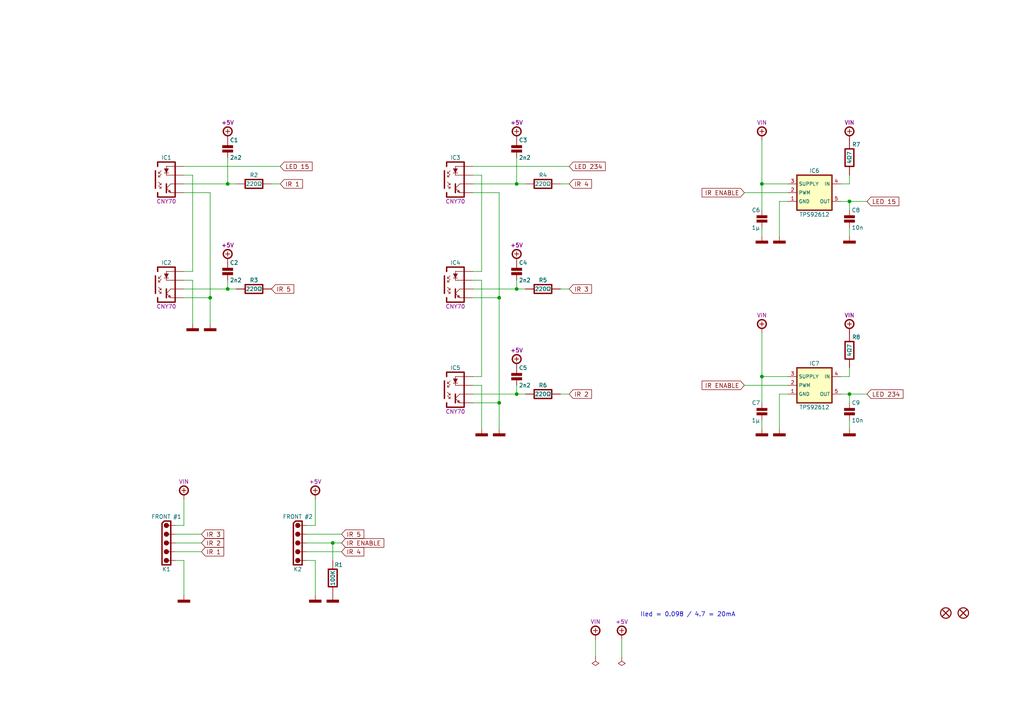
<source format=kicad_sch>
(kicad_sch (version 20211123) (generator eeschema)
  (paper "A4")
  (title_block (title "TBOT - IR Line Follower") (date "01/2022") (rev "A"))
  (lib_symbols
    (symbol "tronixio:C-1206" (pin_numbers hide) (pin_names (offset 0) hide)
      (property "Reference" "C" (at 0.635 2.54 0))
      (property "Value" "C-1206" (at 0.635 -2.54 0))
      (symbol "C-1206_0_1"
        (rectangle (start -1.524 -0.254) (end 1.524 -1.016) (stroke (width 0.001)) (fill (type outline)))
        (rectangle (start -1.524 1.016) (end 1.524 0.254) (stroke (width 0.001)) (fill (type outline)))
      )
      (symbol "C-1206_1_1"
        (pin passive line (at 0 2.54 270) (length 1.905) (name "~") (number "1"))
        (pin passive line (at 0 -2.54 90) (length 1.905) (name "~") (number "2"))
      )
    )
    (symbol "tronixio:MOLEX-MICRO-LATCH-05-VERTICAL" (pin_numbers hide) (pin_names (offset 0) hide)
      (property "Reference" "K" (at 0 2.54 0))
      (property "Value" "MOLEX-MICRO-LATCH-05-VERTICAL" (at 0 -12.7 0))
      (symbol "MOLEX-MICRO-LATCH-05-VERTICAL_0_1"
        (circle (center 0 -10.16) (radius 0.635) (stroke (width 0.2)) (fill (type outline)))
        (circle (center 0 -7.62) (radius 0.635) (stroke (width 0.2)) (fill (type outline)))
        (circle (center 0 -5.08) (radius 0.635) (stroke (width 0.2)) (fill (type outline)))
        (circle (center 0 -2.54) (radius 0.635) (stroke (width 0.2)) (fill (type outline)))
        (polyline (pts (xy -1.27 -11.43) (xy 1.27 -11.43) (xy 1.27 0.635) (xy 0.635 1.27) (xy -1.27 1.27) (xy -1.27 -11.43)) (stroke (width 0.4)))
        (circle (center 0 0) (radius 0.635) (stroke (width 0.2)) (fill (type outline)))
      )
      (symbol "MOLEX-MICRO-LATCH-05-VERTICAL_1_1"
        (pin passive line (at -2.54 0 0) (length 1.905) (name "1") (number "1"))
        (pin passive line (at -2.54 -2.54 0) (length 1.905) (name "2") (number "2"))
        (pin passive line (at -2.54 -5.08 0) (length 1.905) (name "3") (number "3"))
        (pin passive line (at -2.54 -7.62 0) (length 1.905) (name "4") (number "4"))
        (pin passive line (at -2.54 -10.16 0) (length 1.905) (name "5") (number "5"))
      )
    )
    (symbol "tronixio:MOUNTING-HOLE-MASK-3MM" (pin_numbers hide) (pin_names (offset 0) hide)
      (symbol "MOUNTING-HOLE-MASK-3MM_0_1"
        (polyline (pts (xy -1.016 -1.016) (xy 1.016 1.016)) (stroke (width 0.3)))
        (polyline (pts (xy 1.016 -1.016) (xy -1.016 1.016)) (stroke (width 0.3)))
        (circle (center 0 0) (radius 1.524) (stroke (width 0.3)))
      )
    )
    (symbol "tronixio:POWER-+5V" (power) (pin_numbers hide) (pin_names (offset 0) hide)
      (property "Name" "+5V" (at 0 5.08 0))
      (symbol "POWER-+5V_0_1"
        (polyline (pts (xy -0.635 2.54) (xy 0.635 2.54)) (stroke (width 0.2)))
        (polyline (pts (xy 0 1.905) (xy 0 3.175)) (stroke (width 0.2)))
        (circle (center 0 2.54) (radius 1.27) (stroke (width 0.4)))
      )
      (symbol "POWER-+5V_1_1"
        (pin power_in line (at 0 0 90) (length 1.27) (name "+5V") (number "1"))
      )
    )
    (symbol "tronixio:POWER-GND" (power) (pin_numbers hide) (pin_names (offset 0) hide)
      (symbol "POWER-GND_0_1"
        (rectangle (start -1.778 -2.032) (end 1.778 -1.27) (stroke (width 0.001)) (fill (type outline)))
      )
      (symbol "POWER-GND_1_1"
        (pin power_in line (at 0 0 270) (length 1.27) (name "GND") (number "1"))
      )
    )
    (symbol "tronixio:POWER-VIN" (power) (pin_numbers hide) (pin_names (offset 0) hide)
      (property "Name" "VIN" (at 0 5.08 0))
      (symbol "POWER-VIN_0_1"
        (polyline (pts (xy -0.635 2.54) (xy 0.635 2.54)) (stroke (width 0.2)))
        (polyline (pts (xy 0 1.905) (xy 0 3.175)) (stroke (width 0.2)))
        (circle (center 0 2.54) (radius 1.27) (stroke (width 0.4)))
      )
      (symbol "POWER-VIN_1_1"
        (pin power_in line (at 0 0 90) (length 1.27) (name "VIN") (number "1"))
      )
    )
    (symbol "tronixio:PWR_FLAG" (power) (pin_numbers hide) (pin_names (offset 0) hide)
      (symbol "PWR_FLAG_0_0"
        (pin power_out line (at 0 0 90) (length 0) (name "pwr") (number "1"))
      )
      (symbol "PWR_FLAG_0_1"
        (polyline (pts (xy 0 0) (xy 0 1.27) (xy -1.016 1.905) (xy 0 2.54) (xy 1.016 1.905) (xy 0 1.27)))
      )
    )
    (symbol "tronixio:R-1206" (pin_numbers hide) (pin_names (offset 0) hide)
      (property "Reference" "R" (at 2.54 0 90))
      (property "Value" "R-1206" (at 0 0 90))
      (symbol "R-1206_0_1"
        (rectangle (start -1.27 -2.54) (end 1.27 2.54) (stroke (width 0.4)))
      )
      (symbol "R-1206_1_1"
        (pin passive line (at 0 5.08 270) (length 2.54) (name "~") (number "1"))
        (pin passive line (at 0 -5.08 90) (length 2.54) (name "~") (number "2"))
      )
    )
    (symbol "tronixio:TPS92612" (pin_names (offset 0.5))
      (property "Reference" "IC" (at 0 6.35 0))
      (property "Value" "TPS92612" (at 0 -6.35 0))
      (symbol "TPS92612_0_1"
        (rectangle (start -5.08 5.08) (end 5.08 -5.08) (stroke (width 0.4)) (fill (type background)))
      )
      (symbol "TPS92612_1_1"
        (pin power_in line (at -7.62 -2.54 0) (length 2.54) (name "GND") (number "1"))
        (pin input line (at -7.62 0 0) (length 2.54) (name "PWM") (number "2"))
        (pin power_in line (at -7.62 2.54 0) (length 2.54) (name "SUPPLY") (number "3"))
        (pin passive line (at 7.62 2.54 180) (length 2.54) (name "IN") (number "4"))
        (pin output line (at 7.62 -2.54 180) (length 2.54) (name "OUT") (number "5"))
      )
    )
    (symbol "tronixio:VISHAY-CNY70" (pin_numbers hide) (pin_names (offset 0) hide)
      (property "Reference" "IC" (at 0 6.35 0))
      (property "Name" "CNY70" (at 0 -6.35 0))
      (symbol "VISHAY-CNY70_0_1"
        (polyline (pts (xy -3.175 2.54) (xy -3.175 -2.54)) (stroke (width 0.4)))
        (polyline (pts (xy -2.286 0.762) (xy -1.524 1.524)) (stroke (width 0.1524)))
        (polyline (pts (xy -2.286 1.778) (xy -1.524 2.54)) (stroke (width 0.1524)))
        (polyline (pts (xy -1.524 -2.54) (xy -2.286 -1.778)) (stroke (width 0.1524)))
        (polyline (pts (xy -1.524 -2.54) (xy -2.032 -2.54)) (stroke (width 0.1524)))
        (polyline (pts (xy -1.524 -2.54) (xy -1.524 -2.032)) (stroke (width 0.1524)))
        (polyline (pts (xy -1.524 -1.524) (xy -1.524 -1.016)) (stroke (width 0.1524)))
        (polyline (pts (xy -0.635 1.905) (xy 0.635 1.905)) (stroke (width 0.1524)))
        (polyline (pts (xy 0 -1.27) (xy 0 -3.81)) (stroke (width 0.4)))
        (polyline (pts (xy 0 1.27) (xy 0 3.81)) (stroke (width 0.1524)))
        (polyline (pts (xy -2.286 -0.762) (xy -1.524 -1.524) (xy -2.032 -1.524)) (stroke (width 0.1524)))
        (polyline (pts (xy -2.286 1.27) (xy -2.286 0.762) (xy -1.778 0.762)) (stroke (width 0.1524)))
        (polyline (pts (xy -2.286 2.286) (xy -2.286 1.778) (xy -1.778 1.778)) (stroke (width 0.1524)))
        (polyline (pts (xy 1.27 -1.27) (xy 0 -2.54) (xy 1.27 -3.81)) (stroke (width 0.1524)))
        (polyline (pts (xy -0.635 3.175) (xy 0.635 3.175) (xy 0 1.905) (xy -0.635 3.175)) (stroke (width 0.001)) (fill (type outline)))
        (polyline (pts (xy 1.27 -3.81) (xy 1.016 -3.048) (xy 0.508 -3.556) (xy 1.27 -3.81)) (stroke (width 0.001)) (fill (type outline)))
        (polyline (pts (xy -2.54 -3.81) (xy -2.54 -5.08) (xy 2.54 -5.08) (xy 2.54 5.08) (xy -2.54 5.08) (xy -2.54 3.81)) (stroke (width 0.4)))
      )
      (symbol "VISHAY-CNY70_1_1"
        (pin passive line (at 5.08 1.27 180) (length 5.08) (name "K") (number "1"))
        (pin open_collector line (at 5.08 -1.27 180) (length 3.81) (name "C") (number "2"))
        (pin open_emitter line (at 5.08 -3.81 180) (length 3.81) (name "E") (number "3"))
        (pin passive line (at 5.08 3.81 180) (length 5.08) (name "A") (number "4"))
      )
    )
  )
  (junction (at 144.78 86.36) (diameter 0.9144))
  (junction (at 246.38 58.42) (diameter 0.9144))
  (junction (at 220.98 109.22) (diameter 0.9144))
  (junction (at 149.86 114.3) (diameter 0.9144))
  (junction (at 66.04 83.82) (diameter 0.9144))
  (junction (at 220.98 53.34) (diameter 0.9144))
  (junction (at 60.96 86.36) (diameter 0.9144))
  (junction (at 144.78 116.84) (diameter 0.9144))
  (junction (at 149.86 83.82) (diameter 0.9144))
  (junction (at 246.38 114.3) (diameter 0.9144))
  (junction (at 96.52 157.48))
  (junction (at 149.86 53.34) (diameter 0.9144))
  (junction (at 66.04 53.34) (diameter 0.9144))
  (wire (pts (xy 53.34 83.82) (xy 66.04 83.82)))
  (wire (pts (xy 149.86 81.28) (xy 149.86 83.82)))
  (wire (pts (xy 246.38 106.68) (xy 246.38 109.22)))
  (wire (pts (xy 246.38 109.22) (xy 243.84 109.22)))
  (wire (pts (xy 53.34 152.4) (xy 53.34 144.78)))
  (wire (pts (xy 81.28 53.34) (xy 78.74 53.34)))
  (wire (pts (xy 137.16 81.28) (xy 139.7 81.28)))
  (wire (pts (xy 137.16 111.76) (xy 139.7 111.76)))
  (wire (pts (xy 139.7 81.28) (xy 139.7 109.22)))
  (wire (pts (xy 50.8 152.4) (xy 53.34 152.4)))
  (wire (pts (xy 55.88 81.28) (xy 55.88 93.98)))
  (wire (pts (xy 53.34 48.26) (xy 81.28 48.26)))
  (wire (pts (xy 139.7 111.76) (xy 139.7 124.46)))
  (wire (pts (xy 180.34 185.42) (xy 180.34 190.5)))
  (wire (pts (xy 220.98 121.92) (xy 220.98 124.46)))
  (wire (pts (xy 149.86 114.3) (xy 152.4 114.3)))
  (wire (pts (xy 149.86 53.34) (xy 152.4 53.34)))
  (wire (pts (xy 66.04 53.34) (xy 68.58 53.34)))
  (wire (pts (xy 246.38 114.3) (xy 246.38 116.84)))
  (wire (pts (xy 243.84 53.34) (xy 246.38 53.34)))
  (wire (pts (xy 246.38 53.34) (xy 246.38 50.8)))
  (wire (pts (xy 149.86 83.82) (xy 152.4 83.82)))
  (wire (pts (xy 91.44 162.56) (xy 91.44 172.72)))
  (wire (pts (xy 88.9 157.48) (xy 96.52 157.48)))
  (wire (pts (xy 220.98 53.34) (xy 228.6 53.34)))
  (wire (pts (xy 66.04 45.72) (xy 66.04 53.34)))
  (wire (pts (xy 50.8 162.56) (xy 53.34 162.56)))
  (wire (pts (xy 243.84 58.42) (xy 246.38 58.42)))
  (wire (pts (xy 246.38 58.42) (xy 251.46 58.42)))
  (wire (pts (xy 243.84 114.3) (xy 246.38 114.3)))
  (wire (pts (xy 246.38 114.3) (xy 251.46 114.3)))
  (wire (pts (xy 53.34 55.88) (xy 60.96 55.88)))
  (wire (pts (xy 60.96 55.88) (xy 60.96 86.36)))
  (wire (pts (xy 60.96 86.36) (xy 60.96 93.98)))
  (wire (pts (xy 215.9 111.76) (xy 228.6 111.76)))
  (wire (pts (xy 172.72 185.42) (xy 172.72 190.5)))
  (wire (pts (xy 137.16 116.84) (xy 144.78 116.84)))
  (wire (pts (xy 137.16 53.34) (xy 149.86 53.34)))
  (wire (pts (xy 220.98 66.04) (xy 220.98 68.58)))
  (wire (pts (xy 139.7 50.8) (xy 139.7 78.74)))
  (wire (pts (xy 53.34 86.36) (xy 60.96 86.36)))
  (wire (pts (xy 149.86 111.76) (xy 149.86 114.3)))
  (wire (pts (xy 165.1 114.3) (xy 162.56 114.3)))
  (wire (pts (xy 246.38 66.04) (xy 246.38 68.58)))
  (wire (pts (xy 226.06 58.42) (xy 226.06 68.58)))
  (wire (pts (xy 228.6 58.42) (xy 226.06 58.42)))
  (wire (pts (xy 96.52 157.48) (xy 99.06 157.48)))
  (wire (pts (xy 53.34 53.34) (xy 66.04 53.34)))
  (wire (pts (xy 50.8 160.02) (xy 58.42 160.02)))
  (wire (pts (xy 215.9 55.88) (xy 228.6 55.88)))
  (wire (pts (xy 53.34 81.28) (xy 55.88 81.28)))
  (wire (pts (xy 220.98 109.22) (xy 228.6 109.22)))
  (wire (pts (xy 139.7 109.22) (xy 137.16 109.22)))
  (wire (pts (xy 144.78 55.88) (xy 144.78 86.36)))
  (wire (pts (xy 91.44 152.4) (xy 91.44 144.78)))
  (wire (pts (xy 88.9 162.56) (xy 91.44 162.56)))
  (wire (pts (xy 165.1 83.82) (xy 162.56 83.82)))
  (wire (pts (xy 144.78 86.36) (xy 144.78 116.84)))
  (wire (pts (xy 53.34 50.8) (xy 55.88 50.8)))
  (wire (pts (xy 55.88 50.8) (xy 55.88 78.74)))
  (wire (pts (xy 55.88 78.74) (xy 53.34 78.74)))
  (wire (pts (xy 144.78 116.84) (xy 144.78 124.46)))
  (wire (pts (xy 139.7 78.74) (xy 137.16 78.74)))
  (wire (pts (xy 53.34 162.56) (xy 53.34 172.72)))
  (wire (pts (xy 66.04 81.28) (xy 66.04 83.82)))
  (wire (pts (xy 137.16 114.3) (xy 149.86 114.3)))
  (wire (pts (xy 88.9 152.4) (xy 91.44 152.4)))
  (wire (pts (xy 137.16 86.36) (xy 144.78 86.36)))
  (wire (pts (xy 88.9 160.02) (xy 99.06 160.02)))
  (wire (pts (xy 220.98 40.64) (xy 220.98 53.34)))
  (wire (pts (xy 220.98 53.34) (xy 220.98 60.96)))
  (wire (pts (xy 137.16 55.88) (xy 144.78 55.88)))
  (wire (pts (xy 137.16 48.26) (xy 165.1 48.26)))
  (wire (pts (xy 50.8 154.94) (xy 58.42 154.94)))
  (wire (pts (xy 66.04 83.82) (xy 68.58 83.82)))
  (wire (pts (xy 137.16 50.8) (xy 139.7 50.8)))
  (wire (pts (xy 165.1 53.34) (xy 162.56 53.34)))
  (wire (pts (xy 149.86 45.72) (xy 149.86 53.34)))
  (wire (pts (xy 220.98 96.52) (xy 220.98 109.22)))
  (wire (pts (xy 220.98 109.22) (xy 220.98 116.84)))
  (wire (pts (xy 88.9 154.94) (xy 99.06 154.94)))
  (wire (pts (xy 246.38 58.42) (xy 246.38 60.96)))
  (wire (pts (xy 50.8 157.48) (xy 58.42 157.48)))
  (wire (pts (xy 226.06 114.3) (xy 226.06 124.46)))
  (wire (pts (xy 228.6 114.3) (xy 226.06 114.3)))
  (wire (pts (xy 137.16 83.82) (xy 149.86 83.82)))
  (wire (pts (xy 246.38 121.92) (xy 246.38 124.46)))
  (wire (pts (xy 96.52 157.48) (xy 96.52 162.56)))
  (text "Iled = 0.098 / 4.7 = 20mA" (at 213.36 179.07 180) (effects (font (size 1.27 1.27)) (justify right bottom)))
  (global_label "LED 234" (shape input) (at 165.1 48.26 0) (property "Intersheet References" "${INTERSHEET_REFS}" (effects hide)))
  (global_label "IR 3" (shape input) (at 58.42 154.94 0) (property "Intersheet References" "${INTERSHEET_REFS}" (effects hide)))
  (global_label "IR 4" (shape input) (at 165.1 53.34 0) (property "Intersheet References" "${INTERSHEET_REFS}" (effects hide)))
  (global_label "IR ENABLE" (shape input) (at 215.9 55.88 180) (property "Intersheet References" "${INTERSHEET_REFS}" (effects hide)))
  (global_label "LED 234" (shape input) (at 251.46 114.3 0) (property "Intersheet References" "${INTERSHEET_REFS}" (effects hide)))
  (global_label "IR 4" (shape input) (at 99.06 160.02 0) (property "Intersheet References" "${INTERSHEET_REFS}" (effects hide)))
  (global_label "IR ENABLE" (shape input) (at 215.9 111.76 180) (property "Intersheet References" "${INTERSHEET_REFS}" (effects hide)))
  (global_label "IR 1" (shape input) (at 58.42 160.02 0) (property "Intersheet References" "${INTERSHEET_REFS}" (effects hide)))
  (global_label "LED 15" (shape input) (at 251.46 58.42 0) (property "Intersheet References" "${INTERSHEET_REFS}" (effects hide)))
  (global_label "IR 2" (shape input) (at 58.42 157.48 0) (property "Intersheet References" "${INTERSHEET_REFS}" (effects hide)))
  (global_label "IR 3" (shape input) (at 165.1 83.82 0) (property "Intersheet References" "${INTERSHEET_REFS}" (effects hide)))
  (global_label "IR 2" (shape input) (at 165.1 114.3 0) (property "Intersheet References" "${INTERSHEET_REFS}" (effects hide)))
  (global_label "IR ENABLE" (shape input) (at 99.06 157.48 0) (property "Intersheet References" "${INTERSHEET_REFS}" (effects hide)))
  (global_label "IR 5" (shape input) (at 78.74 83.82 0) (property "Intersheet References" "${INTERSHEET_REFS}" (effects hide)))
  (global_label "LED 15" (shape input) (at 81.28 48.26 0) (property "Intersheet References" "${INTERSHEET_REFS}" (effects hide)))
  (global_label "IR 5" (shape input) (at 99.06 154.94 0) (property "Intersheet References" "${INTERSHEET_REFS}" (effects hide)))
  (global_label "IR 1" (shape input) (at 81.28 53.34 0) (property "Intersheet References" "${INTERSHEET_REFS}" (effects hide)))
  (symbol (lib_id "tronixio:PWR_FLAG") (at 172.72 190.5 180) (unit 1)
    (property "Reference" "#FLG02" (effects hide))
    (property "Value" "PWR_FLAG" (effects hide))
  )
  (symbol (lib_id "tronixio:POWER-+5V") (at 149.86 76.2 0) (unit 1)
    (property "Reference" "#PWR013" (effects hide))
    (property "Value" "POWER-+5V" (effects hide))
    (property "Name" "+5V" (at 149.86 71.12 0) (effects (font (size 1.15 1.15))))
  )
  (symbol (lib_id "tronixio:POWER-+5V") (at 66.04 40.64 0) (unit 1)
    (property "Reference" "#PWR06" (effects hide))
    (property "Value" "POWER-+5V" (effects hide))
    (property "Name" "+5V" (at 66.04 35.56 0) (effects (font (size 1.15 1.15))))
  )
  (symbol (lib_id "tronixio:VISHAY-CNY70") (at 132.08 52.07 0) (unit 1)
    (property "Reference" "IC3" (at 132.08 45.72 0) (effects (font (size 1.15 1.15))))
    (property "Value" "VISHAY-CNY70" (effects hide))
    (property "Footprint" "tronixio:zzVISHAY-CNY70" (effects hide))
    (property "Datasheet" "https://www.vishay.com/product?docid=83751" (effects hide))
    (property "MOUSER" "782-CNY70" (effects hide))
    (property "Name" "CNY70" (at 132.08 58.42 0) (effects (font (size 1.15 1.15))))
  )
  (symbol (lib_id "tronixio:POWER-GND") (at 53.34 172.72 0) (unit 1)
    (property "Reference" "#PWR02" (effects hide))
    (property "Value" "POWER-GND" (effects hide))
  )
  (symbol (lib_id "tronixio:POWER-+5V") (at 149.86 40.64 0) (unit 1)
    (property "Reference" "#PWR012" (effects hide))
    (property "Value" "POWER-+5V" (effects hide))
    (property "Name" "+5V" (at 149.86 35.56 0) (effects (font (size 1.15 1.15))))
  )
  (symbol (lib_id "tronixio:R-1206") (at 157.48 83.82 90) (unit 1)
    (property "Reference" "R5" (at 157.48 81.28 90) (effects (font (size 1.15 1.15))))
    (property "Value" "220Ω" (at 157.48 83.82 90) (effects (font (size 1.15 1.15))))
    (property "Footprint" "tronixio:RESISTOR-1206" (effects hide))
  )
  (symbol (lib_id "tronixio:POWER-GND") (at 246.38 68.58 0) (unit 1)
    (property "Reference" "#PWR025" (effects hide))
    (property "Value" "POWER-GND" (effects hide))
  )
  (symbol (lib_id "tronixio:TPS92612") (at 236.22 111.76 0) (unit 1)
    (property "Reference" "IC7" (at 236.22 105.41 0) (effects (font (size 1.15 1.15))))
    (property "Value" "TPS92612" (at 236.22 118.11 0) (effects (font (size 1.15 1.15))))
    (property "Footprint" "tronixio:SOT-23-5" (effects hide))
    (property "Datasheet" "https://www.ti.com/product/TPS92612-Q1" (effects hide))
    (property "MOUSER" "595-TPS92612DBVR" (effects hide))
  )
  (symbol (lib_id "tronixio:POWER-+5V") (at 180.34 185.42 0) (unit 1)
    (property "Reference" "#PWR017" (effects hide))
    (property "Value" "POWER-+5V" (effects hide))
    (property "Name" "+5V" (at 180.34 180.34 0) (effects (font (size 1.15 1.15))))
  )
  (symbol (lib_id "tronixio:POWER-GND") (at 96.52 172.72 0) (unit 1)
    (property "Reference" "#PWR04" (effects hide))
    (property "Value" "POWER-GND" (effects hide))
  )
  (symbol (lib_id "tronixio:POWER-VIN") (at 246.38 40.64 0) (unit 1)
    (property "Reference" "#PWR024" (effects hide))
    (property "Value" "POWER-VIN" (effects hide))
    (property "Name" "VIN" (at 246.38 35.56 0) (effects (font (size 1.15 1.15))))
  )
  (symbol (lib_id "tronixio:VISHAY-CNY70") (at 48.26 52.07 0) (unit 1)
    (property "Reference" "IC1" (at 48.26 45.72 0) (effects (font (size 1.15 1.15))))
    (property "Value" "VISHAY-CNY70" (effects hide))
    (property "Footprint" "tronixio:zzVISHAY-CNY70" (effects hide))
    (property "Datasheet" "https://www.vishay.com/product?docid=83751" (effects hide))
    (property "MOUSER" "782-CNY70" (effects hide))
    (property "Name" "CNY70" (at 48.26 58.42 0) (effects (font (size 1.15 1.15))))
  )
  (symbol (lib_id "tronixio:POWER-GND") (at 246.38 124.46 0) (unit 1)
    (property "Reference" "#PWR027" (effects hide))
    (property "Value" "POWER-GND" (effects hide))
  )
  (symbol (lib_id "tronixio:POWER-GND") (at 220.98 68.58 0) (unit 1)
    (property "Reference" "#PWR019" (effects hide))
    (property "Value" "POWER-GND" (effects hide))
  )
  (symbol (lib_id "tronixio:MOLEX-MICRO-LATCH-05-VERTICAL") (at 48.26 152.4 0) (mirror y) (unit 1)
    (property "Reference" "K1" (at 48.26 165.1 0) (effects (font (size 1.15 1.15))))
    (property "Value" "FRONT #1" (at 48.26 149.86 0) (effects (font (size 1.15 1.15))))
    (property "Footprint" "tronixio:zzMOLEX-532530570" (effects hide))
    (property "Datasheet" "https://www.molex.com/pdm_docs/sd/532530570_sd.pdf" (effects hide))
    (property "MOUSER" "538-53253-0570" (effects hide))
  )
  (symbol (lib_id "tronixio:POWER-VIN") (at 246.38 96.52 0) (unit 1)
    (property "Reference" "#PWR026" (effects hide))
    (property "Value" "POWER-VIN" (effects hide))
    (property "Name" "VIN" (at 246.38 91.44 0) (effects (font (size 1.15 1.15))))
  )
  (symbol (lib_id "tronixio:POWER-VIN") (at 220.98 40.64 0) (unit 1)
    (property "Reference" "#PWR018" (effects hide))
    (property "Value" "POWER-VIN" (effects hide))
    (property "Name" "VIN" (at 220.98 35.56 0) (effects (font (size 1.15 1.15))))
  )
  (symbol (lib_id "tronixio:C-1206") (at 66.04 43.18 0) (unit 1)
    (property "Reference" "C1" (at 66.675 40.64 0) (effects (font (size 1.15 1.15)) (justify left)))
    (property "Value" "2n2" (at 66.675 45.72 0) (effects (font (size 1.15 1.15)) (justify left)))
    (property "Footprint" "tronixio:CAPACITOR-1206" (effects hide))
  )
  (symbol (lib_id "tronixio:C-1206") (at 246.38 63.5 0) (unit 1)
    (property "Reference" "C8" (at 247.015 60.96 0) (effects (font (size 1.15 1.15)) (justify left)))
    (property "Value" "10n" (at 247.015 66.04 0) (effects (font (size 1.15 1.15)) (justify left)))
    (property "Footprint" "tronixio:CAPACITOR-1206" (effects hide))
  )
  (symbol (lib_id "tronixio:POWER-VIN") (at 172.72 185.42 0) (unit 1)
    (property "Reference" "#PWR016" (effects hide))
    (property "Value" "POWER-VIN" (effects hide))
    (property "Name" "VIN" (at 172.72 180.34 0) (effects (font (size 1.15 1.15))))
  )
  (symbol (lib_id "tronixio:R-1206") (at 73.66 53.34 90) (unit 1)
    (property "Reference" "R2" (at 73.66 50.8 90) (effects (font (size 1.15 1.15))))
    (property "Value" "220Ω" (at 73.66 53.34 90) (effects (font (size 1.15 1.15))))
    (property "Footprint" "tronixio:RESISTOR-1206" (effects hide))
  )
  (symbol (lib_id "tronixio:POWER-GND") (at 226.06 124.46 0) (unit 1)
    (property "Reference" "#PWR023" (effects hide))
    (property "Value" "POWER-GND" (effects hide))
  )
  (symbol (lib_id "tronixio:MOUNTING-HOLE-MASK-3MM") (at 274.32 177.8 0) (unit 1)
    (property "Reference" "H1" (effects hide))
    (property "Value" "MOUNTING-HOLE-MASK-3MM" (effects hide))
    (property "Footprint" "tronixio:M3-MASK" (effects hide))
  )
  (symbol (lib_id "tronixio:POWER-GND") (at 55.88 93.98 0) (unit 1)
    (property "Reference" "#PWR03" (effects hide))
    (property "Value" "POWER-GND" (effects hide))
  )
  (symbol (lib_id "tronixio:TPS92612") (at 236.22 55.88 0) (unit 1)
    (property "Reference" "IC6" (at 236.22 49.53 0) (effects (font (size 1.15 1.15))))
    (property "Value" "TPS92612" (at 236.22 62.23 0) (effects (font (size 1.15 1.15))))
    (property "Footprint" "tronixio:SOT-23-5" (effects hide))
    (property "Datasheet" "https://www.ti.com/product/TPS92612-Q1" (effects hide))
    (property "MOUSER" "595-TPS92612DBVR" (effects hide))
  )
  (symbol (lib_id "tronixio:POWER-GND") (at 220.98 124.46 0) (unit 1)
    (property "Reference" "#PWR021" (effects hide))
    (property "Value" "POWER-GND" (effects hide))
  )
  (symbol (lib_id "tronixio:MOUNTING-HOLE-MASK-3MM") (at 279.4 177.8 0) (unit 1)
    (property "Reference" "H2" (effects hide))
    (property "Value" "MOUNTING-HOLE-MASK-3MM" (effects hide))
    (property "Footprint" "tronixio:M3-MASK" (effects hide))
  )
  (symbol (lib_id "tronixio:PWR_FLAG") (at 180.34 190.5 180) (unit 1)
    (property "Reference" "#FLG03" (effects hide))
    (property "Value" "PWR_FLAG" (effects hide))
  )
  (symbol (lib_id "tronixio:POWER-GND") (at 91.44 172.72 0) (unit 1)
    (property "Reference" "#PWR09" (effects hide))
    (property "Value" "POWER-GND" (effects hide))
  )
  (symbol (lib_id "tronixio:POWER-+5V") (at 149.86 106.68 0) (unit 1)
    (property "Reference" "#PWR014" (effects hide))
    (property "Value" "POWER-+5V" (effects hide))
    (property "Name" "+5V" (at 149.86 101.6 0) (effects (font (size 1.15 1.15))))
  )
  (symbol (lib_id "tronixio:C-1206") (at 149.86 78.74 0) (unit 1)
    (property "Reference" "C4" (at 150.495 76.2 0) (effects (font (size 1.15 1.15)) (justify left)))
    (property "Value" "2n2" (at 150.495 81.28 0) (effects (font (size 1.15 1.15)) (justify left)))
    (property "Footprint" "tronixio:CAPACITOR-1206" (effects hide))
  )
  (symbol (lib_id "tronixio:C-1206") (at 149.86 43.18 0) (unit 1)
    (property "Reference" "C3" (at 150.495 40.64 0) (effects (font (size 1.15 1.15)) (justify left)))
    (property "Value" "2n2" (at 150.495 45.72 0) (effects (font (size 1.15 1.15)) (justify left)))
    (property "Footprint" "tronixio:CAPACITOR-1206" (effects hide))
  )
  (symbol (lib_id "tronixio:C-1206") (at 149.86 109.22 0) (unit 1)
    (property "Reference" "C5" (at 150.495 106.68 0) (effects (font (size 1.15 1.15)) (justify left)))
    (property "Value" "2n2" (at 150.495 111.76 0) (effects (font (size 1.15 1.15)) (justify left)))
    (property "Footprint" "tronixio:CAPACITOR-1206" (effects hide))
  )
  (symbol (lib_id "tronixio:VISHAY-CNY70") (at 48.26 82.55 0) (unit 1)
    (property "Reference" "IC2" (at 48.26 76.2 0) (effects (font (size 1.15 1.15))))
    (property "Value" "VISHAY-CNY70" (effects hide))
    (property "Footprint" "tronixio:zzVISHAY-CNY70" (effects hide))
    (property "Datasheet" "https://www.vishay.com/product?docid=83751" (effects hide))
    (property "MOUSER" "782-CNY70" (effects hide))
    (property "Name" "CNY70" (at 48.26 88.9 0) (effects (font (size 1.15 1.15))))
  )
  (symbol (lib_id "tronixio:MOLEX-MICRO-LATCH-05-VERTICAL") (at 86.36 152.4 0) (mirror y) (unit 1)
    (property "Reference" "K2" (at 86.36 165.1 0) (effects (font (size 1.15 1.15))))
    (property "Value" "FRONT #2" (at 86.36 149.86 0) (effects (font (size 1.15 1.15))))
    (property "Footprint" "tronixio:zzMOLEX-532530570" (effects hide))
    (property "Datasheet" "https://www.molex.com/pdm_docs/sd/532530570_sd.pdf" (effects hide))
    (property "MOUSER" "538-53253-0570" (effects hide))
  )
  (symbol (lib_id "tronixio:R-1206") (at 246.38 101.6 180) (unit 1)
    (property "Reference" "R8" (at 249.555 97.79 0) (effects (font (size 1.15 1.15)) (justify left)))
    (property "Value" "4Ω7" (at 246.38 101.6 90) (effects (font (size 1.15 1.15))))
    (property "Footprint" "tronixio:RESISTOR-1206" (effects hide))
  )
  (symbol (lib_id "tronixio:POWER-VIN") (at 220.98 96.52 0) (unit 1)
    (property "Reference" "#PWR020" (effects hide))
    (property "Value" "POWER-VIN" (effects hide))
    (property "Name" "VIN" (at 220.98 91.44 0) (effects (font (size 1.15 1.15))))
  )
  (symbol (lib_id "tronixio:R-1206") (at 157.48 114.3 90) (unit 1)
    (property "Reference" "R6" (at 157.48 111.76 90) (effects (font (size 1.15 1.15))))
    (property "Value" "220Ω" (at 157.48 114.3 90) (effects (font (size 1.15 1.15))))
    (property "Footprint" "tronixio:RESISTOR-1206" (effects hide))
  )
  (symbol (lib_id "tronixio:VISHAY-CNY70") (at 132.08 113.03 0) (unit 1)
    (property "Reference" "IC5" (at 132.08 106.68 0) (effects (font (size 1.15 1.15))))
    (property "Value" "VISHAY-CNY70" (effects hide))
    (property "Footprint" "tronixio:zzVISHAY-CNY70" (effects hide))
    (property "Datasheet" "https://www.vishay.com/product?docid=83751" (effects hide))
    (property "MOUSER" "782-CNY70" (effects hide))
    (property "Name" "CNY70" (at 132.08 119.38 0) (effects (font (size 1.15 1.15))))
  )
  (symbol (lib_id "tronixio:VISHAY-CNY70") (at 132.08 82.55 0) (unit 1)
    (property "Reference" "IC4" (at 132.08 76.2 0) (effects (font (size 1.15 1.15))))
    (property "Value" "VISHAY-CNY70" (effects hide))
    (property "Footprint" "tronixio:zzVISHAY-CNY70" (effects hide))
    (property "Datasheet" "https://www.vishay.com/product?docid=83751" (effects hide))
    (property "MOUSER" "782-CNY70" (effects hide))
    (property "Name" "CNY70" (at 132.08 88.9 0) (effects (font (size 1.15 1.15))))
  )
  (symbol (lib_id "tronixio:POWER-GND") (at 144.78 124.46 0) (unit 1)
    (property "Reference" "#PWR011" (effects hide))
    (property "Value" "POWER-GND" (effects hide))
  )
  (symbol (lib_id "tronixio:POWER-GND") (at 139.7 124.46 0) (unit 1)
    (property "Reference" "#PWR010" (effects hide))
    (property "Value" "POWER-GND" (effects hide))
  )
  (symbol (lib_id "tronixio:POWER-GND") (at 60.96 93.98 0) (unit 1)
    (property "Reference" "#PWR05" (effects hide))
    (property "Value" "POWER-GND" (effects hide))
  )
  (symbol (lib_id "tronixio:POWER-VIN") (at 53.34 144.78 0) (unit 1)
    (property "Reference" "#PWR01" (effects hide))
    (property "Value" "POWER-VIN" (effects hide))
    (property "Name" "VIN" (at 53.34 139.7 0) (effects (font (size 1.15 1.15))))
  )
  (symbol (lib_id "tronixio:R-1206") (at 157.48 53.34 90) (unit 1)
    (property "Reference" "R4" (at 157.48 50.8 90) (effects (font (size 1.15 1.15))))
    (property "Value" "220Ω" (at 157.48 53.34 90) (effects (font (size 1.15 1.15))))
    (property "Footprint" "tronixio:RESISTOR-1206" (effects hide))
  )
  (symbol (lib_id "tronixio:POWER-GND") (at 226.06 68.58 0) (unit 1)
    (property "Reference" "#PWR022" (effects hide))
    (property "Value" "POWER-GND" (effects hide))
  )
  (symbol (lib_id "tronixio:POWER-+5V") (at 66.04 76.2 0) (unit 1)
    (property "Reference" "#PWR07" (effects hide))
    (property "Value" "POWER-+5V" (effects hide))
    (property "Name" "+5V" (at 66.04 71.12 0) (effects (font (size 1.15 1.15))))
  )
  (symbol (lib_id "tronixio:R-1206") (at 96.52 167.64 180) (unit 1)
    (property "Reference" "R1" (at 97 163.83 0) (effects (font (size 1.15 1.15)) (justify right)))
    (property "Value" "100K" (at 96.52 167.64 90) (effects (font (size 1.15 1.15))))
    (property "Footprint" "tronixio:RESISTOR-1206" (effects hide))
  )
  (symbol (lib_id "tronixio:R-1206") (at 246.38 45.72 180) (unit 1)
    (property "Reference" "R7" (at 249.555 41.91 0) (effects (font (size 1.15 1.15)) (justify left)))
    (property "Value" "4Ω7" (at 246.38 45.72 90) (effects (font (size 1.15 1.15))))
    (property "Footprint" "tronixio:RESISTOR-1206" (effects hide))
  )
  (symbol (lib_id "tronixio:C-1206") (at 220.98 119.38 0) (unit 1)
    (property "Reference" "C7" (at 220.5 116.84 0) (effects (font (size 1.15 1.15)) (justify right)))
    (property "Value" "1µ" (at 220.5 121.92 0) (effects (font (size 1.15 1.15)) (justify right)))
    (property "Footprint" "tronixio:CAPACITOR-1206" (effects hide))
  )
  (symbol (lib_id "tronixio:R-1206") (at 73.66 83.82 90) (unit 1)
    (property "Reference" "R3" (at 73.66 81.28 90) (effects (font (size 1.15 1.15))))
    (property "Value" "220Ω" (at 73.66 83.82 90) (effects (font (size 1.15 1.15))))
    (property "Footprint" "tronixio:RESISTOR-1206" (effects hide))
  )
  (symbol (lib_id "tronixio:C-1206") (at 246.38 119.38 0) (unit 1)
    (property "Reference" "C9" (at 247.015 116.84 0) (effects (font (size 1.15 1.15)) (justify left)))
    (property "Value" "10n" (at 247.015 121.92 0) (effects (font (size 1.15 1.15)) (justify left)))
    (property "Footprint" "tronixio:CAPACITOR-1206" (effects hide))
  )
  (symbol (lib_id "tronixio:POWER-+5V") (at 91.44 144.78 0) (unit 1)
    (property "Reference" "#PWR08" (effects hide))
    (property "Value" "POWER-+5V" (effects hide))
    (property "Name" "+5V" (at 91.44 139.7 0) (effects (font (size 1.15 1.15))))
  )
  (symbol (lib_id "tronixio:C-1206") (at 66.04 78.74 0) (unit 1)
    (property "Reference" "C2" (at 66.675 76.2 0) (effects (font (size 1.15 1.15)) (justify left)))
    (property "Value" "2n2" (at 66.675 81.28 0) (effects (font (size 1.15 1.15)) (justify left)))
    (property "Footprint" "tronixio:CAPACITOR-1206" (effects hide))
  )
  (symbol (lib_id "tronixio:C-1206") (at 220.98 63.5 0) (unit 1)
    (property "Reference" "C6" (at 220.5 60.96 0) (effects (font (size 1.15 1.15)) (justify right)))
    (property "Value" "1µ" (at 220.5 66.04 0) (effects (font (size 1.15 1.15)) (justify right)))
    (property "Footprint" "tronixio:CAPACITOR-1206" (effects hide))
  )
)
</source>
